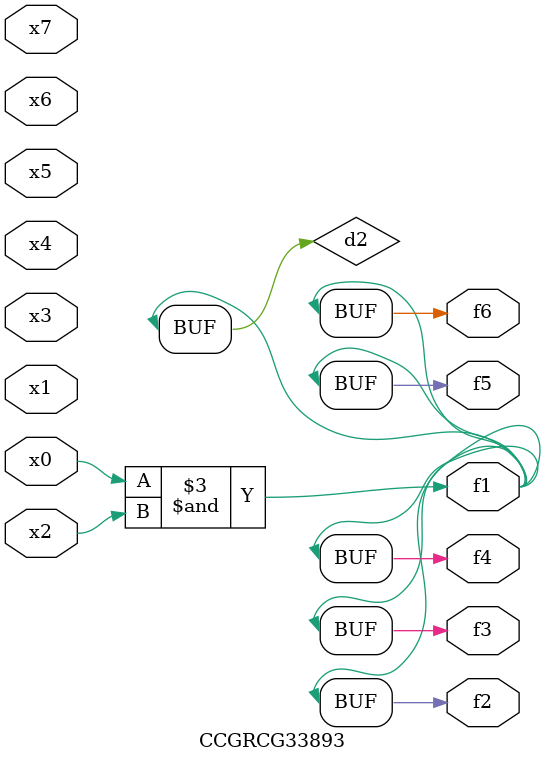
<source format=v>
module CCGRCG33893(
	input x0, x1, x2, x3, x4, x5, x6, x7,
	output f1, f2, f3, f4, f5, f6
);

	wire d1, d2;

	nor (d1, x3, x6);
	and (d2, x0, x2);
	assign f1 = d2;
	assign f2 = d2;
	assign f3 = d2;
	assign f4 = d2;
	assign f5 = d2;
	assign f6 = d2;
endmodule

</source>
